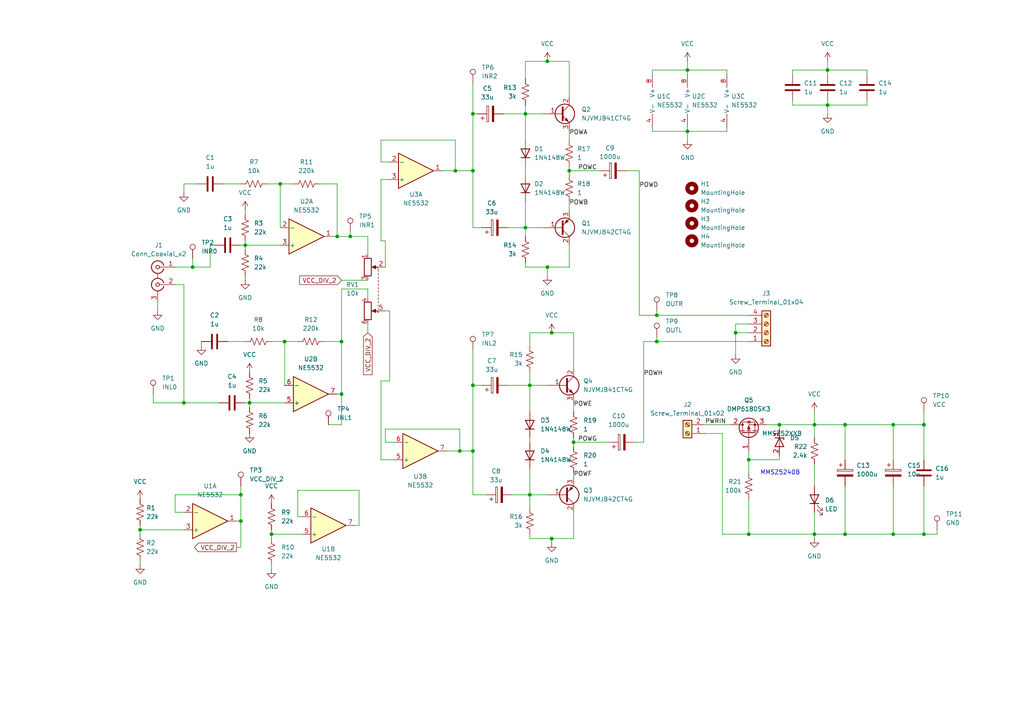
<source format=kicad_sch>
(kicad_sch (version 20230121) (generator eeschema)
  (paper "A4")
  (lib_symbols
    (symbol "Amplifier_Operational:NE5532" (pin_names (offset 0.127))
      (property "Reference" "U" (at 0 5.08 0))
      (property "Value" "NE5532" (at 0 -5.08 0))
      (symbol "NE5532_1_1"
        (pin output line (at 7.62 0 180) (length 2.54) (name "~") (number "1"))
        (pin input line (at -7.62 -2.54 0) (length 2.54) (name "-") (number "2"))
        (pin input line (at -7.62 2.54 0) (length 2.54) (name "+") (number "3"))
      )
      (symbol "NE5532_2_1"
        (pin input line (at -7.62 2.54 0) (length 2.54) (name "+") (number "5"))
        (pin input line (at -7.62 -2.54 0) (length 2.54) (name "-") (number "6"))
        (pin output line (at 7.62 0 180) (length 2.54) (name "~") (number "7"))
      )
      (symbol "NE5532_3_1"
        (pin power_in line (at -2.54 -7.62 90) (length 3.81) (name "V-") (number "4"))
        (pin power_in line (at -2.54 7.62 270) (length 3.81) (name "V+") (number "8"))
      )
    )
    (symbol "Connector:Conn_Coaxial_x2" (pin_names (offset 1.016) hide)
      (property "Reference" "J" (at 0 5.715 0))
      (property "Value" "Conn_Coaxial_x2" (at 2.921 0 90))
      (symbol "Conn_Coaxial_x2_1_1"
        (pin passive line (at -5.08 2.54 0) (length 2.54) (name "IN1") (number "1"))
        (pin passive line (at -5.08 -2.54 0) (length 2.54) (name "IN2") (number "2"))
        (pin passive line (at 0 -7.62 90) (length 2.54) (name "EXT") (number "3"))
      )
    )
    (symbol "Connector:Screw_Terminal_01x02" (pin_names (offset 1.016) hide)
      (property "Reference" "J" (at 0 2.54 0))
      (property "Value" "Screw_Terminal_01x02" (at 0 -5.08 0))
      (symbol "Screw_Terminal_01x02_1_1"
        (pin passive line (at -5.08 0 0) (length 3.81) (name "Pin_1") (number "1"))
        (pin passive line (at -5.08 -2.54 0) (length 3.81) (name "Pin_2") (number "2"))
      )
    )
    (symbol "Connector:Screw_Terminal_01x04" (pin_names (offset 1.016) hide)
      (property "Reference" "J" (at 0 5.08 0))
      (property "Value" "Screw_Terminal_01x04" (at 0 -7.62 0))
      (symbol "Screw_Terminal_01x04_1_1"
        (pin passive line (at -5.08 2.54 0) (length 3.81) (name "Pin_1") (number "1"))
        (pin passive line (at -5.08 0 0) (length 3.81) (name "Pin_2") (number "2"))
        (pin passive line (at -5.08 -2.54 0) (length 3.81) (name "Pin_3") (number "3"))
        (pin passive line (at -5.08 -5.08 0) (length 3.81) (name "Pin_4") (number "4"))
      )
    )
    (symbol "Connector:TestPoint" (pin_numbers hide) (pin_names (offset 0.762) hide)
      (property "Reference" "TP" (at 0 6.858 0))
      (property "Value" "TestPoint" (at 0 5.08 0))
      (symbol "TestPoint_1_1"
        (pin passive line (at 0 0 90) (length 2.54) (name "1") (number "1"))
      )
    )
    (symbol "Device:C" (pin_numbers hide) (pin_names (offset 0.254))
      (property "Reference" "C" (at 0.635 2.54 0))
      (property "Value" "C" (at 0.635 -2.54 0))
      (symbol "C_1_1"
        (pin passive line (at 0 3.81 270) (length 2.794) (name "~") (number "1"))
        (pin passive line (at 0 -3.81 90) (length 2.794) (name "~") (number "2"))
      )
    )
    (symbol "Device:C_Polarized" (pin_numbers hide) (pin_names (offset 0.254))
      (property "Reference" "C" (at 0.635 2.54 0))
      (property "Value" "C_Polarized" (at 0.635 -2.54 0))
      (symbol "C_Polarized_1_1"
        (pin passive line (at 0 3.81 270) (length 2.794) (name "~") (number "1"))
        (pin passive line (at 0 -3.81 90) (length 2.794) (name "~") (number "2"))
      )
    )
    (symbol "Device:LED" (pin_numbers hide) (pin_names (offset 1.016) hide)
      (property "Reference" "D" (at 0 2.54 0))
      (property "Value" "LED" (at 0 -2.54 0))
      (symbol "LED_1_1"
        (pin passive line (at -3.81 0 0) (length 2.54) (name "K") (number "1"))
        (pin passive line (at 3.81 0 180) (length 2.54) (name "A") (number "2"))
      )
    )
    (symbol "Device:R_Potentiometer_Dual" (pin_names (offset 1.016) hide)
      (property "Reference" "RV" (at 0 3.81 0))
      (property "Value" "R_Potentiometer_Dual" (at 0 1.905 0))
      (symbol "R_Potentiometer_Dual_1_1"
        (pin passive line (at -10.16 -2.54 0) (length 1.27) (name "1") (number "1"))
        (pin passive line (at -6.35 2.54 270) (length 2.54) (name "2") (number "2"))
        (pin passive line (at -2.54 -2.54 180) (length 1.27) (name "3") (number "3"))
        (pin passive line (at 2.54 -2.54 0) (length 1.27) (name "4") (number "4"))
        (pin passive line (at 6.35 2.54 270) (length 2.54) (name "5") (number "5"))
        (pin passive line (at 10.16 -2.54 180) (length 1.27) (name "6") (number "6"))
      )
    )
    (symbol "Device:R_US" (pin_numbers hide) (pin_names (offset 0))
      (property "Reference" "R" (at 2.54 0 90))
      (property "Value" "R_US" (at -2.54 0 90))
      (symbol "R_US_1_1"
        (pin passive line (at 0 3.81 270) (length 1.27) (name "~") (number "1"))
        (pin passive line (at 0 -3.81 90) (length 1.27) (name "~") (number "2"))
      )
    )
    (symbol "Diode:1N4148W" (pin_numbers hide) (pin_names hide)
      (property "Reference" "D" (at 0 2.54 0))
      (property "Value" "1N4148W" (at 0 -2.54 0))
      (symbol "1N4148W_1_1"
        (pin passive line (at -3.81 0 0) (length 2.54) (name "K") (number "1"))
        (pin passive line (at 3.81 0 180) (length 2.54) (name "A") (number "2"))
      )
    )
    (symbol "Mechanical:MountingHole" (pin_names (offset 1.016))
      (property "Reference" "H" (at 0 5.08 0))
      (property "Value" "MountingHole" (at 0 3.175 0))
    )
    (symbol "PCM_4ms_Power-symbol:GND" (power) (pin_names (offset 0))
      (property "Value" "GND" (at 0 -3.81 0))
      (symbol "GND_1_1"
        (pin power_in line (at 0 0 270) (length 0) hide (name "GND") (number "1"))
      )
    )
    (symbol "myparts:DMP6180SK3" (pin_names hide)
      (property "Reference" "Q" (at -6.35 3.81 0))
      (property "Value" "DMP6180SK3" (at -8.89 -5.08 0))
      (symbol "DMP6180SK3_1_1"
        (pin input line (at -7.62 0 0) (length 2.54) (name "G") (number "1"))
        (pin passive line (at 0 5.08 270) (length 2.54) (name "D") (number "2"))
        (pin passive line (at 0 -5.08 90) (length 2.54) (name "S") (number "3"))
      )
    )
    (symbol "myparts:MMSZ52XXB" (pin_names hide)
      (property "Reference" "D" (at -7.62 -2.54 0))
      (property "Value" "MMSZ52XXB" (at -2.54 3.81 0))
      (symbol "MMSZ52XXB_1_1"
        (pin passive line (at -2.54 0 0) (length 2.54) (name "K") (number "1"))
        (pin passive line (at 5.08 0 180) (length 2.54) (name "A") (number "2"))
      )
    )
    (symbol "myparts:NJVMJB41CT4G" (pin_names (offset 0.002) hide)
      (property "Reference" "Q" (at -5.08 -3.81 0))
      (property "Value" "NJVMJB41CT4G" (at -8.89 5.08 0))
      (symbol "NJVMJB41CT4G_1_1"
        (pin input line (at -7.62 0 0) (length 5.715) (name "B") (number "1"))
        (pin passive line (at 0 5.08 270) (length 2.54) (name "C") (number "2"))
        (pin passive line (at 0 -5.08 90) (length 2.54) (name "E") (number "3"))
      )
    )
    (symbol "myparts:NJVMJB42CT4G" (pin_names (offset 0.002) hide)
      (property "Reference" "Q" (at -5.08 -2.54 0))
      (property "Value" "NJVMJB42CT4G" (at -8.89 5.08 0))
      (symbol "NJVMJB42CT4G_1_1"
        (pin input line (at -6.35 0 0) (length 5.715) (name "B") (number "1"))
        (pin passive line (at 1.27 5.08 270) (length 2.54) (name "C") (number "2"))
        (pin passive line (at 1.27 -5.08 90) (length 2.54) (name "E") (number "3"))
      )
    )
    (symbol "power:VCC" (power) (pin_names (offset 0))
      (property "Value" "VCC" (at 0 3.81 0))
      (symbol "VCC_1_1"
        (pin power_in line (at 0 0 90) (length 0) hide (name "VCC") (number "1"))
      )
    )
  )
  (junction (at 160.02 96.52))
  (junction (at 99.06 99.06))
  (junction (at 99.06 114.3))
  (junction (at 55.88 77.47))
  (junction (at 53.34 116.84))
  (junction (at 72.39 116.84))
  (junction (at 158.75 77.47))
  (junction (at 217.17 133.35))
  (junction (at 153.67 143.51))
  (junction (at 71.12 71.12))
  (junction (at 152.4 66.04))
  (junction (at 101.6 68.58))
  (junction (at 137.16 130.81))
  (junction (at 245.11 154.94))
  (junction (at 69.85 151.13))
  (junction (at 69.85 143.51))
  (junction (at 240.03 20.32))
  (junction (at 267.97 154.94))
  (junction (at 267.97 123.19))
  (junction (at 82.55 99.06))
  (junction (at 240.03 30.48))
  (junction (at 190.5 91.44))
  (junction (at 81.28 53.34))
  (junction (at 152.4 33.02))
  (junction (at 40.64 153.67))
  (junction (at 165.1 49.53))
  (junction (at 153.67 111.76))
  (junction (at 199.39 38.1))
  (junction (at 199.39 20.32))
  (junction (at 226.06 123.19))
  (junction (at 158.75 17.78))
  (junction (at 78.74 154.94))
  (junction (at 137.16 111.76))
  (junction (at 97.79 68.58))
  (junction (at 236.22 123.19))
  (junction (at 137.16 33.02))
  (junction (at 160.02 156.21))
  (junction (at 213.36 96.52))
  (junction (at 133.35 130.81))
  (junction (at 236.22 154.94))
  (junction (at 217.17 154.94))
  (junction (at 245.11 123.19))
  (junction (at 190.5 99.06))
  (junction (at 132.08 49.53))
  (junction (at 166.37 128.27))
  (junction (at 137.16 49.53))
  (junction (at 259.08 154.94))
  (junction (at 259.08 123.19))
  (wire (pts (xy 157.48 33.02) (xy 152.4 33.02)))
  (wire (pts (xy 69.85 143.51) (xy 69.85 151.13)))
  (wire (pts (xy 165.1 48.26) (xy 165.1 49.53)))
  (wire (pts (xy 226.06 123.19) (xy 236.22 123.19)))
  (wire (pts (xy 259.08 154.94) (xy 267.97 154.94)))
  (wire (pts (xy 210.82 38.1) (xy 210.82 36.83)))
  (wire (pts (xy 190.5 97.79) (xy 190.5 99.06)))
  (wire (pts (xy 71.12 69.85) (xy 71.12 71.12)))
  (wire (pts (xy 106.68 68.58) (xy 101.6 68.58)))
  (wire (pts (xy 189.23 20.32) (xy 199.39 20.32)))
  (wire (pts (xy 71.12 60.96) (xy 71.12 62.23)))
  (wire (pts (xy 72.39 115.57) (xy 72.39 116.84)))
  (wire (pts (xy 229.87 30.48) (xy 240.03 30.48)))
  (wire (pts (xy 78.74 99.06) (xy 82.55 99.06)))
  (wire (pts (xy 128.27 49.53) (xy 132.08 49.53)))
  (wire (pts (xy 60.96 71.12) (xy 62.23 71.12)))
  (wire (pts (xy 213.36 96.52) (xy 213.36 102.87)))
  (wire (pts (xy 132.08 40.64) (xy 110.49 40.64)))
  (wire (pts (xy 152.4 66.04) (xy 152.4 68.58)))
  (wire (pts (xy 50.8 143.51) (xy 69.85 143.51)))
  (wire (pts (xy 245.11 123.19) (xy 245.11 133.35)))
  (wire (pts (xy 137.16 130.81) (xy 137.16 143.51)))
  (wire (pts (xy 190.5 99.06) (xy 186.69 99.06)))
  (wire (pts (xy 77.47 53.34) (xy 81.28 53.34)))
  (wire (pts (xy 217.17 93.98) (xy 213.36 93.98)))
  (wire (pts (xy 137.16 33.02) (xy 137.16 49.53)))
  (wire (pts (xy 240.03 20.32) (xy 240.03 21.59)))
  (wire (pts (xy 110.49 46.99) (xy 113.03 46.99)))
  (wire (pts (xy 153.67 100.33) (xy 153.67 96.52)))
  (wire (pts (xy 106.68 86.36) (xy 106.68 83.82)))
  (wire (pts (xy 95.25 123.19) (xy 99.06 123.19)))
  (wire (pts (xy 148.59 143.51) (xy 153.67 143.51)))
  (wire (pts (xy 69.85 140.97) (xy 69.85 143.51)))
  (wire (pts (xy 217.17 133.35) (xy 217.17 130.81)))
  (wire (pts (xy 152.4 22.86) (xy 152.4 17.78)))
  (wire (pts (xy 78.74 163.83) (xy 78.74 165.1)))
  (wire (pts (xy 217.17 133.35) (xy 217.17 137.16)))
  (wire (pts (xy 102.87 152.4) (xy 104.14 152.4)))
  (wire (pts (xy 199.39 20.32) (xy 210.82 20.32)))
  (wire (pts (xy 165.1 17.78) (xy 165.1 27.94)))
  (wire (pts (xy 186.69 99.06) (xy 186.69 128.27)))
  (wire (pts (xy 87.63 149.86) (xy 86.36 149.86)))
  (wire (pts (xy 152.4 30.48) (xy 152.4 33.02)))
  (wire (pts (xy 147.32 111.76) (xy 153.67 111.76)))
  (wire (pts (xy 153.67 143.51) (xy 153.67 147.32)))
  (wire (pts (xy 240.03 20.32) (xy 251.46 20.32)))
  (wire (pts (xy 69.85 158.75) (xy 69.85 151.13)))
  (wire (pts (xy 71.12 116.84) (xy 72.39 116.84)))
  (wire (pts (xy 40.64 152.4) (xy 40.64 153.67)))
  (wire (pts (xy 106.68 73.66) (xy 106.68 68.58)))
  (wire (pts (xy 53.34 148.59) (xy 50.8 148.59)))
  (wire (pts (xy 158.75 77.47) (xy 158.75 80.01)))
  (wire (pts (xy 71.12 80.01) (xy 71.12 81.28)))
  (wire (pts (xy 217.17 91.44) (xy 190.5 91.44)))
  (wire (pts (xy 259.08 140.97) (xy 259.08 154.94)))
  (wire (pts (xy 55.88 77.47) (xy 50.8 77.47)))
  (wire (pts (xy 78.74 154.94) (xy 78.74 156.21)))
  (wire (pts (xy 236.22 123.19) (xy 245.11 123.19)))
  (wire (pts (xy 97.79 68.58) (xy 96.52 68.58)))
  (wire (pts (xy 245.11 154.94) (xy 259.08 154.94)))
  (wire (pts (xy 64.77 53.34) (xy 69.85 53.34)))
  (wire (pts (xy 104.14 142.24) (xy 104.14 152.4)))
  (wire (pts (xy 57.15 53.34) (xy 53.34 53.34)))
  (wire (pts (xy 111.76 90.17) (xy 113.03 90.17)))
  (wire (pts (xy 245.11 123.19) (xy 259.08 123.19)))
  (wire (pts (xy 153.67 96.52) (xy 160.02 96.52)))
  (wire (pts (xy 204.47 125.73) (xy 209.55 125.73)))
  (wire (pts (xy 240.03 29.21) (xy 240.03 30.48)))
  (wire (pts (xy 190.5 90.17) (xy 190.5 91.44)))
  (wire (pts (xy 160.02 156.21) (xy 160.02 157.48)))
  (wire (pts (xy 166.37 127) (xy 166.37 128.27)))
  (wire (pts (xy 217.17 154.94) (xy 236.22 154.94)))
  (wire (pts (xy 44.45 116.84) (xy 53.34 116.84)))
  (wire (pts (xy 236.22 148.59) (xy 236.22 154.94)))
  (wire (pts (xy 58.42 99.06) (xy 58.42 100.33)))
  (wire (pts (xy 166.37 128.27) (xy 176.53 128.27)))
  (wire (pts (xy 226.06 132.08) (xy 226.06 133.35)))
  (wire (pts (xy 229.87 29.21) (xy 229.87 30.48)))
  (wire (pts (xy 166.37 128.27) (xy 166.37 129.54)))
  (wire (pts (xy 166.37 137.16) (xy 166.37 138.43)))
  (wire (pts (xy 209.55 154.94) (xy 217.17 154.94)))
  (wire (pts (xy 86.36 142.24) (xy 104.14 142.24)))
  (wire (pts (xy 226.06 133.35) (xy 217.17 133.35)))
  (wire (pts (xy 222.25 123.19) (xy 226.06 123.19)))
  (wire (pts (xy 72.39 116.84) (xy 82.55 116.84)))
  (wire (pts (xy 111.76 128.27) (xy 111.76 124.46)))
  (wire (pts (xy 189.23 36.83) (xy 189.23 38.1)))
  (wire (pts (xy 251.46 30.48) (xy 251.46 29.21)))
  (wire (pts (xy 209.55 125.73) (xy 209.55 154.94)))
  (wire (pts (xy 259.08 123.19) (xy 267.97 123.19)))
  (wire (pts (xy 93.98 99.06) (xy 99.06 99.06)))
  (wire (pts (xy 99.06 114.3) (xy 97.79 114.3)))
  (wire (pts (xy 160.02 96.52) (xy 166.37 96.52)))
  (wire (pts (xy 137.16 101.6) (xy 137.16 111.76)))
  (wire (pts (xy 99.06 114.3) (xy 99.06 123.19)))
  (wire (pts (xy 111.76 124.46) (xy 133.35 124.46)))
  (wire (pts (xy 158.75 17.78) (xy 165.1 17.78)))
  (wire (pts (xy 132.08 49.53) (xy 132.08 40.64)))
  (wire (pts (xy 99.06 99.06) (xy 99.06 114.3)))
  (wire (pts (xy 217.17 144.78) (xy 217.17 154.94)))
  (wire (pts (xy 158.75 77.47) (xy 152.4 77.47)))
  (wire (pts (xy 110.49 110.49) (xy 110.49 133.35)))
  (wire (pts (xy 133.35 130.81) (xy 137.16 130.81)))
  (wire (pts (xy 146.05 33.02) (xy 152.4 33.02)))
  (wire (pts (xy 101.6 67.31) (xy 101.6 68.58)))
  (wire (pts (xy 240.03 30.48) (xy 240.03 33.02)))
  (wire (pts (xy 210.82 20.32) (xy 210.82 21.59)))
  (wire (pts (xy 236.22 119.38) (xy 236.22 123.19)))
  (wire (pts (xy 53.34 82.55) (xy 50.8 82.55)))
  (wire (pts (xy 99.06 83.82) (xy 99.06 99.06)))
  (wire (pts (xy 152.4 48.26) (xy 152.4 50.8)))
  (wire (pts (xy 81.28 66.04) (xy 81.28 53.34)))
  (wire (pts (xy 113.03 110.49) (xy 110.49 110.49)))
  (wire (pts (xy 110.49 40.64) (xy 110.49 46.99)))
  (wire (pts (xy 240.03 17.78) (xy 240.03 20.32)))
  (wire (pts (xy 113.03 90.17) (xy 113.03 110.49)))
  (wire (pts (xy 78.74 153.67) (xy 78.74 154.94)))
  (wire (pts (xy 267.97 119.38) (xy 267.97 123.19)))
  (wire (pts (xy 152.4 33.02) (xy 152.4 40.64)))
  (wire (pts (xy 152.4 77.47) (xy 152.4 76.2)))
  (wire (pts (xy 213.36 93.98) (xy 213.36 96.52)))
  (wire (pts (xy 166.37 116.84) (xy 166.37 119.38)))
  (wire (pts (xy 186.69 128.27) (xy 184.15 128.27)))
  (wire (pts (xy 137.16 66.04) (xy 139.7 66.04)))
  (wire (pts (xy 106.68 83.82) (xy 99.06 83.82)))
  (wire (pts (xy 204.47 123.19) (xy 212.09 123.19)))
  (wire (pts (xy 190.5 91.44) (xy 185.42 91.44)))
  (wire (pts (xy 114.3 128.27) (xy 111.76 128.27)))
  (wire (pts (xy 50.8 148.59) (xy 50.8 143.51)))
  (wire (pts (xy 152.4 66.04) (xy 157.48 66.04)))
  (wire (pts (xy 153.67 107.95) (xy 153.67 111.76)))
  (wire (pts (xy 113.03 52.07) (xy 110.49 52.07)))
  (wire (pts (xy 111.76 69.85) (xy 111.76 77.47)))
  (wire (pts (xy 68.58 151.13) (xy 69.85 151.13)))
  (wire (pts (xy 267.97 154.94) (xy 271.78 154.94)))
  (wire (pts (xy 97.79 53.34) (xy 97.79 68.58)))
  (wire (pts (xy 153.67 143.51) (xy 158.75 143.51)))
  (wire (pts (xy 199.39 20.32) (xy 199.39 21.59)))
  (wire (pts (xy 271.78 153.67) (xy 271.78 154.94)))
  (wire (pts (xy 160.02 156.21) (xy 153.67 156.21)))
  (wire (pts (xy 101.6 68.58) (xy 97.79 68.58)))
  (wire (pts (xy 165.1 58.42) (xy 165.1 60.96)))
  (wire (pts (xy 106.68 81.28) (xy 99.06 81.28)))
  (wire (pts (xy 53.34 116.84) (xy 63.5 116.84)))
  (wire (pts (xy 236.22 154.94) (xy 245.11 154.94)))
  (wire (pts (xy 165.1 71.12) (xy 165.1 77.47)))
  (wire (pts (xy 199.39 38.1) (xy 199.39 40.64)))
  (wire (pts (xy 137.16 49.53) (xy 137.16 66.04)))
  (wire (pts (xy 236.22 134.62) (xy 236.22 140.97)))
  (wire (pts (xy 152.4 17.78) (xy 158.75 17.78)))
  (wire (pts (xy 44.45 114.3) (xy 44.45 116.84)))
  (wire (pts (xy 40.64 162.56) (xy 40.64 163.83)))
  (wire (pts (xy 199.39 17.78) (xy 199.39 20.32)))
  (wire (pts (xy 166.37 148.59) (xy 166.37 156.21)))
  (wire (pts (xy 71.12 71.12) (xy 81.28 71.12)))
  (wire (pts (xy 229.87 21.59) (xy 229.87 20.32)))
  (wire (pts (xy 213.36 96.52) (xy 217.17 96.52)))
  (wire (pts (xy 226.06 123.19) (xy 226.06 124.46)))
  (wire (pts (xy 81.28 53.34) (xy 85.09 53.34)))
  (wire (pts (xy 267.97 123.19) (xy 267.97 133.35)))
  (wire (pts (xy 165.1 49.53) (xy 165.1 50.8)))
  (wire (pts (xy 45.72 87.63) (xy 45.72 90.17)))
  (wire (pts (xy 110.49 133.35) (xy 114.3 133.35)))
  (wire (pts (xy 68.58 158.75) (xy 69.85 158.75)))
  (wire (pts (xy 152.4 58.42) (xy 152.4 66.04)))
  (wire (pts (xy 53.34 116.84) (xy 53.34 82.55)))
  (wire (pts (xy 267.97 154.94) (xy 267.97 140.97)))
  (wire (pts (xy 251.46 20.32) (xy 251.46 21.59)))
  (wire (pts (xy 189.23 38.1) (xy 199.39 38.1)))
  (wire (pts (xy 166.37 156.21) (xy 160.02 156.21)))
  (wire (pts (xy 236.22 123.19) (xy 236.22 127)))
  (wire (pts (xy 72.39 116.84) (xy 72.39 118.11)))
  (wire (pts (xy 106.68 93.98) (xy 106.68 96.52)))
  (wire (pts (xy 137.16 143.51) (xy 140.97 143.51)))
  (wire (pts (xy 153.67 135.89) (xy 153.67 143.51)))
  (wire (pts (xy 181.61 49.53) (xy 185.42 49.53)))
  (wire (pts (xy 199.39 38.1) (xy 210.82 38.1)))
  (wire (pts (xy 92.71 53.34) (xy 97.79 53.34)))
  (wire (pts (xy 217.17 99.06) (xy 190.5 99.06)))
  (wire (pts (xy 60.96 77.47) (xy 55.88 77.47)))
  (wire (pts (xy 82.55 111.76) (xy 82.55 99.06)))
  (wire (pts (xy 165.1 38.1) (xy 165.1 40.64)))
  (wire (pts (xy 137.16 24.13) (xy 137.16 33.02)))
  (wire (pts (xy 236.22 154.94) (xy 236.22 156.21)))
  (wire (pts (xy 245.11 140.97) (xy 245.11 154.94)))
  (wire (pts (xy 110.49 52.07) (xy 110.49 69.85)))
  (wire (pts (xy 60.96 71.12) (xy 60.96 77.47)))
  (wire (pts (xy 240.03 30.48) (xy 251.46 30.48)))
  (wire (pts (xy 86.36 149.86) (xy 86.36 142.24)))
  (wire (pts (xy 87.63 154.94) (xy 78.74 154.94)))
  (wire (pts (xy 110.49 69.85) (xy 111.76 69.85)))
  (wire (pts (xy 173.99 49.53) (xy 165.1 49.53)))
  (wire (pts (xy 259.08 133.35) (xy 259.08 123.19)))
  (wire (pts (xy 153.67 127) (xy 153.67 128.27)))
  (wire (pts (xy 138.43 33.02) (xy 137.16 33.02)))
  (wire (pts (xy 53.34 153.67) (xy 40.64 153.67)))
  (wire (pts (xy 55.88 74.93) (xy 55.88 77.47)))
  (wire (pts (xy 229.87 20.32) (xy 240.03 20.32)))
  (wire (pts (xy 71.12 71.12) (xy 71.12 72.39)))
  (wire (pts (xy 199.39 36.83) (xy 199.39 38.1)))
  (wire (pts (xy 185.42 49.53) (xy 185.42 91.44)))
  (wire (pts (xy 133.35 124.46) (xy 133.35 130.81)))
  (wire (pts (xy 69.85 71.12) (xy 71.12 71.12)))
  (wire (pts (xy 147.32 66.04) (xy 152.4 66.04)))
  (wire (pts (xy 158.75 111.76) (xy 153.67 111.76)))
  (wire (pts (xy 66.04 99.06) (xy 71.12 99.06)))
  (wire (pts (xy 129.54 130.81) (xy 133.35 130.81)))
  (wire (pts (xy 189.23 21.59) (xy 189.23 20.32)))
  (wire (pts (xy 132.08 49.53) (xy 137.16 49.53)))
  (wire (pts (xy 153.67 111.76) (xy 153.67 119.38)))
  (wire (pts (xy 40.64 153.67) (xy 40.64 154.94)))
  (wire (pts (xy 165.1 77.47) (xy 158.75 77.47)))
  (wire (pts (xy 82.55 99.06) (xy 86.36 99.06)))
  (wire (pts (xy 137.16 111.76) (xy 137.16 130.81)))
  (wire (pts (xy 53.34 53.34) (xy 53.34 55.88)))
  (wire (pts (xy 153.67 156.21) (xy 153.67 154.94)))
  (wire (pts (xy 139.7 111.76) (xy 137.16 111.76)))
  (wire (pts (xy 166.37 96.52) (xy 166.37 106.68)))
  (text "MMSZ5240B" (at 220.472 137.922 0) (effects (font (size 1.27 1.27)) (justify left bottom)))
  (label "POWA" (at 165.1 39.37 0))
  (label "POWE" (at 166.37 118.11 0))
  (label "POWH" (at 186.69 109.22 0))
  (label "PWRIN" (at 204.47 123.19 0))
  (label "POWF" (at 166.37 138.43 0))
  (label "POWG" (at 167.64 128.27 0))
  (label "POWC" (at 167.64 49.53 0))
  (label "POWD" (at 185.42 54.61 0))
  (label "POWB" (at 165.1 59.69 0))
  (global_label "VCC_DIV_2" (shape input) (at 99.06 81.28 180) (property "Intersheetrefs" "${INTERSHEET_REFS}" (effects hide)))
  (global_label "VCC_DIV_2" (shape output) (at 68.58 158.75 180) (property "Intersheetrefs" "${INTERSHEET_REFS}" (effects hide)))
  (global_label "VCC_DIV_2" (shape input) (at 106.68 96.52 270) (property "Intersheetrefs" "${INTERSHEET_REFS}" (effects hide)))
  (symbol (lib_id "Amplifier_Operational:NE5532") (at 120.65 49.53 0) (mirror x) (unit 1)
    (property "Reference" "U3" (at 120.65 56.388 0))
    (property "Value" "NE5532" (at 120.65 58.928 0))
    (property "Footprint" "Package_SO:SOIC-8_3.9x4.9mm_P1.27mm" (effects hide))
    (property "Datasheet" "http://www.ti.com/lit/ds/symlink/ne5532.pdf" (effects hide))
  )
  (symbol (lib_id "Device:R_US") (at 72.39 121.92 180) (unit 1)
    (property "Reference" "R6" (at 74.93 120.65 0) (effects (justify right)))
    (property "Value" "22k" (at 74.93 123.19 0) (effects (justify right)))
    (property "Footprint" "Resistor_SMD:R_1206_3216Metric_Pad1.30x1.75mm_HandSolder" (effects hide))
  )
  (symbol (lib_id "Connector:TestPoint") (at 137.16 101.6 0) (unit 1)
    (property "Reference" "TP7" (at 139.7 97.028 0) (effects (justify left)))
    (property "Value" "INL2" (at 139.7 99.568 0) (effects (justify left)))
    (property "Footprint" "TestPoint:TestPoint_THTPad_D2.0mm_Drill1.0mm" (effects hide))
  )
  (symbol (lib_id "Device:R_US") (at 236.22 130.81 0) (unit 1)
    (property "Reference" "R22" (at 234.188 129.54 0) (effects (justify right)))
    (property "Value" "2.4k" (at 234.188 132.08 0) (effects (justify right)))
    (property "Footprint" "Resistor_SMD:R_1206_3216Metric_Pad1.30x1.75mm_HandSolder" (effects hide))
  )
  (symbol (lib_id "Connector:TestPoint") (at 190.5 90.17 0) (unit 1)
    (property "Reference" "TP8" (at 193.04 85.598 0) (effects (justify left)))
    (property "Value" "OUTR" (at 193.04 88.138 0) (effects (justify left)))
    (property "Footprint" "TestPoint:TestPoint_THTPad_D2.0mm_Drill1.0mm" (effects hide))
  )
  (symbol (lib_id "myparts:NJVMJB42CT4G") (at 163.83 66.04 0) (mirror x) (unit 1)
    (property "Reference" "Q1" (at 168.656 64.77 0) (effects (justify left)))
    (property "Value" "NJVMJB42CT4G" (at 168.656 67.31 0) (effects (justify left)))
    (property "Footprint" "Package_TO_SOT_SMD:TO-263-2" (effects hide))
  )
  (symbol (lib_id "Connector:TestPoint") (at 271.78 153.67 0) (unit 1)
    (property "Reference" "TP11" (at 274.32 149.098 0) (effects (justify left)))
    (property "Value" "GND" (at 274.32 151.638 0) (effects (justify left)))
    (property "Footprint" "TestPoint:TestPoint_THTPad_D2.0mm_Drill1.0mm" (effects hide))
  )
  (symbol (lib_id "PCM_4ms_Power-symbol:GND") (at 71.12 81.28 0) (unit 1)
    (property "Reference" "#PWR07" (effects hide))
    (property "Value" "GND" (at 71.12 86.36 0))
  )
  (symbol (lib_id "PCM_4ms_Power-symbol:GND") (at 58.42 100.33 0) (unit 1)
    (property "Reference" "#PWR05" (effects hide))
    (property "Value" "GND" (at 58.42 105.41 0))
  )
  (symbol (lib_id "Device:C") (at 60.96 53.34 270) (unit 1)
    (property "Reference" "C1" (at 60.96 45.72 90))
    (property "Value" "1u" (at 60.96 48.26 90))
    (property "Footprint" "Capacitor_SMD:C_1206_3216Metric_Pad1.33x1.80mm_HandSolder" (effects hide))
  )
  (symbol (lib_id "PCM_4ms_Power-symbol:GND") (at 236.22 156.21 0) (unit 1)
    (property "Reference" "#PWR020" (effects hide))
    (property "Value" "GND" (at 236.22 161.29 0))
  )
  (symbol (lib_id "Device:C") (at 66.04 71.12 270) (unit 1)
    (property "Reference" "C3" (at 66.04 63.5 90))
    (property "Value" "1u" (at 66.04 66.04 90))
    (property "Footprint" "Capacitor_SMD:C_1206_3216Metric_Pad1.33x1.80mm_HandSolder" (effects hide))
  )
  (symbol (lib_id "PCM_4ms_Power-symbol:GND") (at 160.02 157.48 0) (unit 1)
    (property "Reference" "#PWR015" (effects hide))
    (property "Value" "GND" (at 160.02 162.56 0))
  )
  (symbol (lib_id "PCM_4ms_Power-symbol:GND") (at 53.34 55.88 0) (unit 1)
    (property "Reference" "#PWR04" (effects hide))
    (property "Value" "GND" (at 53.34 60.96 0))
  )
  (symbol (lib_id "Device:C_Polarized") (at 143.51 111.76 90) (unit 1)
    (property "Reference" "C7" (at 142.621 104.648 90))
    (property "Value" "33u" (at 142.621 107.188 90))
    (property "Footprint" "Capacitor_SMD:C_Elec_6.3x5.4" (effects hide))
  )
  (symbol (lib_id "Amplifier_Operational:NE5532") (at 121.92 130.81 0) (mirror x) (unit 2)
    (property "Reference" "U3" (at 121.92 138.176 0))
    (property "Value" "NE5532" (at 121.92 140.716 0))
    (property "Footprint" "Package_SO:SOIC-8_3.9x4.9mm_P1.27mm" (effects hide))
    (property "Datasheet" "http://www.ti.com/lit/ds/symlink/ne5532.pdf" (effects hide))
  )
  (symbol (lib_id "Device:C_Polarized") (at 143.51 66.04 90) (unit 1)
    (property "Reference" "C6" (at 142.621 58.928 90))
    (property "Value" "33u" (at 142.621 61.468 90))
    (property "Footprint" "Capacitor_SMD:C_Elec_6.3x5.4" (effects hide))
  )
  (symbol (lib_id "Device:R_Potentiometer_Dual") (at 109.22 83.82 270) (unit 1)
    (property "Reference" "RV1" (at 104.14 82.55 90) (effects (justify right)))
    (property "Value" "10k" (at 104.14 85.09 90) (effects (justify right)))
    (property "Footprint" "myparts:PTD902-2015K-B103" (effects hide))
  )
  (symbol (lib_id "Amplifier_Operational:NE5532") (at 213.36 29.21 0) (unit 3)
    (property "Reference" "U3" (at 212.09 27.94 0) (effects (justify left)))
    (property "Value" "NE5532" (at 212.09 30.48 0) (effects (justify left)))
    (property "Footprint" "Package_SO:SOIC-8_3.9x4.9mm_P1.27mm" (effects hide))
    (property "Datasheet" "http://www.ti.com/lit/ds/symlink/ne5532.pdf" (effects hide))
  )
  (symbol (lib_id "Device:C_Polarized") (at 259.08 137.16 0) (unit 1)
    (property "Reference" "C15" (at 263.144 135.001 0) (effects (justify left)))
    (property "Value" "10u" (at 263.144 137.541 0) (effects (justify left)))
    (property "Footprint" "Capacitor_SMD:CP_Elec_5x5.3" (effects hide))
  )
  (symbol (lib_id "Diode:1N4148W") (at 153.67 132.08 90) (unit 1)
    (property "Reference" "D4" (at 156.718 130.81 90) (effects (justify right)))
    (property "Value" "1N4148W" (at 156.718 133.35 90) (effects (justify right)))
    (property "Footprint" "Diode_SMD:D_SOD-123" (effects hide))
    (property "Datasheet" "https://www.vishay.com/docs/85748/1n4148w.pdf" (effects hide))
    (property "Sim.Device" "D" (effects hide))
    (property "Sim.Pins" "1=K 2=A" (effects hide))
  )
  (symbol (lib_id "power:VCC") (at 40.64 144.78 0) (unit 1)
    (property "Reference" "#PWR01" (effects hide))
    (property "Value" "VCC" (at 40.64 139.7 0))
  )
  (symbol (lib_id "Device:C") (at 267.97 137.16 0) (unit 1)
    (property "Reference" "C16" (at 271.272 135.89 0) (effects (justify left)))
    (property "Value" "1u" (at 271.272 138.43 0) (effects (justify left)))
    (property "Footprint" "Capacitor_SMD:C_1206_3216Metric_Pad1.33x1.80mm_HandSolder" (effects hide))
  )
  (symbol (lib_id "PCM_4ms_Power-symbol:GND") (at 199.39 40.64 0) (unit 1)
    (property "Reference" "#PWR017" (effects hide))
    (property "Value" "GND" (at 199.39 45.72 0))
  )
  (symbol (lib_id "Device:R_US") (at 71.12 76.2 180) (unit 1)
    (property "Reference" "R4" (at 73.66 74.93 0) (effects (justify right)))
    (property "Value" "22k" (at 73.66 77.47 0) (effects (justify right)))
    (property "Footprint" "Resistor_SMD:R_1206_3216Metric_Pad1.30x1.75mm_HandSolder" (effects hide))
  )
  (symbol (lib_id "power:VCC") (at 78.74 146.05 0) (unit 1)
    (property "Reference" "#PWR010" (effects hide))
    (property "Value" "VCC" (at 78.74 140.97 0))
  )
  (symbol (lib_id "Connector:TestPoint") (at 137.16 24.13 0) (unit 1)
    (property "Reference" "TP6" (at 139.7 19.558 0) (effects (justify left)))
    (property "Value" "INR2" (at 139.7 22.098 0) (effects (justify left)))
    (property "Footprint" "TestPoint:TestPoint_THTPad_D2.0mm_Drill1.0mm" (effects hide))
  )
  (symbol (lib_id "Mechanical:MountingHole") (at 200.66 69.85 0) (unit 1)
    (property "Reference" "H4" (at 203.2 68.58 0) (effects (justify left)))
    (property "Value" "MountingHole" (at 203.2 71.12 0) (effects (justify left)))
    (property "Footprint" "MountingHole:MountingHole_3.2mm_M3_ISO7380" (effects hide))
  )
  (symbol (lib_id "myparts:NJVMJB41CT4G") (at 165.1 33.02 0) (unit 1)
    (property "Reference" "Q2" (at 168.656 31.75 0) (effects (justify left)))
    (property "Value" "NJVMJB41CT4G" (at 168.656 34.29 0) (effects (justify left)))
    (property "Footprint" "Package_TO_SOT_SMD:TO-263-2" (effects hide))
  )
  (symbol (lib_id "Connector:TestPoint") (at 95.25 123.19 0) (unit 1)
    (property "Reference" "TP4" (at 97.79 118.618 0) (effects (justify left)))
    (property "Value" "INL1" (at 97.79 121.158 0) (effects (justify left)))
    (property "Footprint" "TestPoint:TestPoint_THTPad_D2.0mm_Drill1.0mm" (effects hide))
  )
  (symbol (lib_id "Device:C") (at 240.03 25.4 0) (unit 1)
    (property "Reference" "C12" (at 243.332 24.13 0) (effects (justify left)))
    (property "Value" "1u" (at 243.332 26.67 0) (effects (justify left)))
    (property "Footprint" "Capacitor_SMD:C_1206_3216Metric_Pad1.33x1.80mm_HandSolder" (effects hide))
  )
  (symbol (lib_id "power:VCC") (at 199.39 17.78 0) (unit 1)
    (property "Reference" "#PWR016" (effects hide))
    (property "Value" "VCC" (at 199.39 12.7 0))
  )
  (symbol (lib_id "power:VCC") (at 160.02 96.52 0) (unit 1)
    (property "Reference" "#PWR014" (effects hide))
    (property "Value" "VCC" (at 160.02 91.44 0))
  )
  (symbol (lib_id "Device:C_Polarized") (at 144.78 143.51 90) (unit 1)
    (property "Reference" "C8" (at 143.891 136.652 90))
    (property "Value" "33u" (at 143.891 139.192 90))
    (property "Footprint" "Capacitor_SMD:C_Elec_6.3x5.4" (effects hide))
  )
  (symbol (lib_id "myparts:NJVMJB41CT4G") (at 166.37 111.76 0) (unit 1)
    (property "Reference" "Q4" (at 169.164 110.49 0) (effects (justify left)))
    (property "Value" "NJVMJB41CT4G" (at 169.164 113.03 0) (effects (justify left)))
    (property "Footprint" "Package_TO_SOT_SMD:TO-263-2" (effects hide))
  )
  (symbol (lib_id "Connector:Screw_Terminal_01x02") (at 199.39 125.73 180) (unit 1)
    (property "Reference" "J2" (at 199.39 117.348 0))
    (property "Value" "Screw_Terminal_01x02" (at 199.39 119.888 0))
    (property "Footprint" "TerminalBlock:TerminalBlock_Altech_AK300-2_P5.00mm" (effects hide))
  )
  (symbol (lib_id "Diode:1N4148W") (at 153.67 123.19 90) (unit 1)
    (property "Reference" "D3" (at 156.718 121.92 90) (effects (justify right)))
    (property "Value" "1N4148W" (at 156.718 124.46 90) (effects (justify right)))
    (property "Footprint" "Diode_SMD:D_SOD-123" (effects hide))
    (property "Datasheet" "https://www.vishay.com/docs/85748/1n4148w.pdf" (effects hide))
    (property "Sim.Device" "D" (effects hide))
    (property "Sim.Pins" "1=K 2=A" (effects hide))
  )
  (symbol (lib_id "Device:R_US") (at 74.93 99.06 90) (unit 1)
    (property "Reference" "R8" (at 74.93 92.71 90))
    (property "Value" "10k" (at 74.93 95.25 90))
    (property "Footprint" "Resistor_SMD:R_1206_3216Metric_Pad1.30x1.75mm_HandSolder" (effects hide))
  )
  (symbol (lib_id "Device:R_US") (at 153.67 151.13 0) (unit 1)
    (property "Reference" "R16" (at 151.638 149.86 0) (effects (justify right)))
    (property "Value" "3k" (at 151.638 152.4 0) (effects (justify right)))
    (property "Footprint" "Resistor_SMD:R_1206_3216Metric_Pad1.30x1.75mm_HandSolder" (effects hide))
  )
  (symbol (lib_id "Device:C") (at 251.46 25.4 0) (unit 1)
    (property "Reference" "C14" (at 254.762 24.13 0) (effects (justify left)))
    (property "Value" "1u" (at 254.762 26.67 0) (effects (justify left)))
    (property "Footprint" "Capacitor_SMD:C_1206_3216Metric_Pad1.33x1.80mm_HandSolder" (effects hide))
  )
  (symbol (lib_id "myparts:DMP6180SK3") (at 217.17 123.19 90) (unit 1)
    (property "Reference" "Q5" (at 217.17 116.078 90))
    (property "Value" "DMP6180SK3" (at 217.17 118.618 90))
    (property "Footprint" "Package_TO_SOT_SMD:TO-252-2" (effects hide))
  )
  (symbol (lib_id "Device:R_US") (at 166.37 133.35 0) (unit 1)
    (property "Reference" "R20" (at 169.164 132.08 0) (effects (justify left)))
    (property "Value" "1" (at 169.164 134.62 0) (effects (justify left)))
    (property "Footprint" "Resistor_SMD:R_2512_6332Metric_Pad1.40x3.35mm_HandSolder" (effects hide))
  )
  (symbol (lib_id "Connector:TestPoint") (at 101.6 67.31 0) (unit 1)
    (property "Reference" "TP5" (at 104.14 62.738 0) (effects (justify left)))
    (property "Value" "INR1" (at 104.14 65.278 0) (effects (justify left)))
    (property "Footprint" "TestPoint:TestPoint_THTPad_D2.0mm_Drill1.0mm" (effects hide))
  )
  (symbol (lib_id "Connector:TestPoint") (at 267.97 119.38 0) (unit 1)
    (property "Reference" "TP10" (at 270.51 114.808 0) (effects (justify left)))
    (property "Value" "VCC" (at 270.51 117.348 0) (effects (justify left)))
    (property "Footprint" "TestPoint:TestPoint_THTPad_D2.0mm_Drill1.0mm" (effects hide))
  )
  (symbol (lib_id "power:VCC") (at 72.39 107.95 0) (unit 1)
    (property "Reference" "#PWR08" (effects hide))
    (property "Value" "VCC" (at 72.39 102.87 0))
  )
  (symbol (lib_id "Mechanical:MountingHole") (at 200.66 59.69 0) (unit 1)
    (property "Reference" "H2" (at 203.2 58.42 0) (effects (justify left)))
    (property "Value" "MountingHole" (at 203.2 60.96 0) (effects (justify left)))
    (property "Footprint" "MountingHole:MountingHole_3.2mm_M3_ISO7380" (effects hide))
  )
  (symbol (lib_id "Device:C") (at 62.23 99.06 270) (unit 1)
    (property "Reference" "C2" (at 62.23 91.44 90))
    (property "Value" "1u" (at 62.23 93.98 90))
    (property "Footprint" "Capacitor_SMD:C_1206_3216Metric_Pad1.33x1.80mm_HandSolder" (effects hide))
  )
  (symbol (lib_id "Amplifier_Operational:NE5532") (at 60.96 151.13 0) (mirror x) (unit 1)
    (property "Reference" "U1" (at 60.96 140.97 0))
    (property "Value" "NE5532" (at 60.96 143.51 0))
    (property "Footprint" "Package_SO:SOIC-8_3.9x4.9mm_P1.27mm" (effects hide))
    (property "Datasheet" "http://www.ti.com/lit/ds/symlink/ne5532.pdf" (effects hide))
  )
  (symbol (lib_id "Device:R_US") (at 78.74 149.86 180) (unit 1)
    (property "Reference" "R9" (at 81.534 148.59 0) (effects (justify right)))
    (property "Value" "22k" (at 81.534 151.13 0) (effects (justify right)))
    (property "Footprint" "Resistor_SMD:R_1206_3216Metric_Pad1.30x1.75mm_HandSolder" (effects hide))
  )
  (symbol (lib_id "PCM_4ms_Power-symbol:GND") (at 45.72 90.17 0) (unit 1)
    (property "Reference" "#PWR03" (effects hide))
    (property "Value" "GND" (at 45.72 95.25 0))
  )
  (symbol (lib_id "PCM_4ms_Power-symbol:GND") (at 158.75 80.01 0) (unit 1)
    (property "Reference" "#PWR013" (effects hide))
    (property "Value" "GND" (at 158.75 85.09 0))
  )
  (symbol (lib_id "Device:C_Polarized") (at 142.24 33.02 90) (unit 1)
    (property "Reference" "C5" (at 141.351 25.654 90))
    (property "Value" "33u" (at 141.351 28.194 90))
    (property "Footprint" "Capacitor_SMD:C_Elec_6.3x5.4" (effects hide))
  )
  (symbol (lib_id "Device:C_Polarized") (at 180.34 128.27 90) (unit 1)
    (property "Reference" "C10" (at 179.451 120.65 90))
    (property "Value" "1000u" (at 179.451 123.19 90))
    (property "Footprint" "Capacitor_SMD:CP_Elec_16x17.5" (effects hide))
  )
  (symbol (lib_id "Amplifier_Operational:NE5532") (at 191.77 29.21 0) (unit 3)
    (property "Reference" "U1" (at 190.5 27.94 0) (effects (justify left)))
    (property "Value" "NE5532" (at 190.5 30.48 0) (effects (justify left)))
    (property "Footprint" "Package_SO:SOIC-8_3.9x4.9mm_P1.27mm" (effects hide))
    (property "Datasheet" "http://www.ti.com/lit/ds/symlink/ne5532.pdf" (effects hide))
  )
  (symbol (lib_id "Device:R_US") (at 71.12 66.04 180) (unit 1)
    (property "Reference" "R3" (at 73.66 64.77 0) (effects (justify right)))
    (property "Value" "22k" (at 73.66 67.31 0) (effects (justify right)))
    (property "Footprint" "Resistor_SMD:R_1206_3216Metric_Pad1.30x1.75mm_HandSolder" (effects hide))
  )
  (symbol (lib_id "Device:R_US") (at 78.74 160.02 180) (unit 1)
    (property "Reference" "R10" (at 81.534 158.75 0) (effects (justify right)))
    (property "Value" "22k" (at 81.534 161.29 0) (effects (justify right)))
    (property "Footprint" "Resistor_SMD:R_1206_3216Metric_Pad1.30x1.75mm_HandSolder" (effects hide))
  )
  (symbol (lib_id "Device:R_US") (at 217.17 140.97 0) (unit 1)
    (property "Reference" "R21" (at 215.138 139.7 0) (effects (justify right)))
    (property "Value" "100k" (at 215.138 142.24 0) (effects (justify right)))
    (property "Footprint" "Resistor_SMD:R_1206_3216Metric_Pad1.30x1.75mm_HandSolder" (effects hide))
  )
  (symbol (lib_id "Diode:1N4148W") (at 152.4 44.45 90) (unit 1)
    (property "Reference" "D1" (at 154.94 43.18 90) (effects (justify right)))
    (property "Value" "1N4148W" (at 154.94 45.72 90) (effects (justify right)))
    (property "Footprint" "Diode_SMD:D_SOD-123" (effects hide))
    (property "Datasheet" "https://www.vishay.com/docs/85748/1n4148w.pdf" (effects hide))
    (property "Sim.Device" "D" (effects hide))
    (property "Sim.Pins" "1=K 2=A" (effects hide))
  )
  (symbol (lib_id "Device:R_US") (at 165.1 44.45 0) (unit 1)
    (property "Reference" "R17" (at 167.386 43.18 0) (effects (justify left)))
    (property "Value" "1" (at 167.386 45.72 0) (effects (justify left)))
    (property "Footprint" "Resistor_SMD:R_2512_6332Metric_Pad1.40x3.35mm_HandSolder" (effects hide))
  )
  (symbol (lib_id "Device:R_US") (at 90.17 99.06 90) (unit 1)
    (property "Reference" "R12" (at 90.17 92.71 90))
    (property "Value" "220k" (at 90.17 95.25 90))
    (property "Footprint" "Resistor_SMD:R_1206_3216Metric_Pad1.30x1.75mm_HandSolder" (effects hide))
  )
  (symbol (lib_id "Connector:TestPoint") (at 69.85 140.97 0) (unit 1)
    (property "Reference" "TP3" (at 72.39 136.398 0) (effects (justify left)))
    (property "Value" "VCC_DIV_2" (at 72.39 138.938 0) (effects (justify left)))
    (property "Footprint" "TestPoint:TestPoint_THTPad_D2.0mm_Drill1.0mm" (effects hide))
  )
  (symbol (lib_id "Device:R_US") (at 152.4 26.67 0) (unit 1)
    (property "Reference" "R13" (at 149.86 25.4 0) (effects (justify right)))
    (property "Value" "3k" (at 149.86 27.94 0) (effects (justify right)))
    (property "Footprint" "Resistor_SMD:R_1206_3216Metric_Pad1.30x1.75mm_HandSolder" (effects hide))
  )
  (symbol (lib_id "Device:C_Polarized") (at 245.11 137.16 0) (unit 1)
    (property "Reference" "C13" (at 248.412 135.001 0) (effects (justify left)))
    (property "Value" "1000u" (at 248.412 137.541 0) (effects (justify left)))
    (property "Footprint" "Capacitor_SMD:CP_Elec_16x17.5" (effects hide))
  )
  (symbol (lib_id "Device:R_US") (at 88.9 53.34 90) (unit 1)
    (property "Reference" "R11" (at 88.9 46.99 90))
    (property "Value" "220k" (at 88.9 49.53 90))
    (property "Footprint" "Resistor_SMD:R_1206_3216Metric_Pad1.30x1.75mm_HandSolder" (effects hide))
  )
  (symbol (lib_id "Diode:1N4148W") (at 152.4 54.61 90) (unit 1)
    (property "Reference" "D2" (at 154.94 53.34 90) (effects (justify right)))
    (property "Value" "1N4148W" (at 154.94 55.88 90) (effects (justify right)))
    (property "Footprint" "Diode_SMD:D_SOD-123" (effects hide))
    (property "Datasheet" "https://www.vishay.com/docs/85748/1n4148w.pdf" (effects hide))
    (property "Sim.Device" "D" (effects hide))
    (property "Sim.Pins" "1=K 2=A" (effects hide))
  )
  (symbol (lib_id "Device:R_US") (at 73.66 53.34 90) (unit 1)
    (property "Reference" "R7" (at 73.66 46.99 90))
    (property "Value" "10k" (at 73.66 49.53 90))
    (property "Footprint" "Resistor_SMD:R_1206_3216Metric_Pad1.30x1.75mm_HandSolder" (effects hide))
  )
  (symbol (lib_id "Connector:TestPoint") (at 55.88 74.93 0) (unit 1)
    (property "Reference" "TP2" (at 58.42 70.358 0) (effects (justify left)))
    (property "Value" "INR0" (at 58.42 72.898 0) (effects (justify left)))
    (property "Footprint" "TestPoint:TestPoint_THTPad_D2.0mm_Drill1.0mm" (effects hide))
  )
  (symbol (lib_id "Device:C") (at 229.87 25.4 0) (unit 1)
    (property "Reference" "C11" (at 233.172 24.13 0) (effects (justify left)))
    (property "Value" "1u" (at 233.172 26.67 0) (effects (justify left)))
    (property "Footprint" "Capacitor_SMD:C_1206_3216Metric_Pad1.33x1.80mm_HandSolder" (effects hide))
  )
  (symbol (lib_id "power:VCC") (at 240.03 17.78 0) (unit 1)
    (property "Reference" "#PWR021" (effects hide))
    (property "Value" "VCC" (at 240.03 12.7 0))
  )
  (symbol (lib_id "Device:LED") (at 236.22 144.78 90) (unit 1)
    (property "Reference" "D6" (at 239.268 145.0975 90) (effects (justify right)))
    (property "Value" "LED" (at 239.268 147.6375 90) (effects (justify right)))
    (property "Footprint" "LED_SMD:LED_1206_3216Metric_Pad1.42x1.75mm_HandSolder" (effects hide))
  )
  (symbol (lib_id "Connector:Conn_Coaxial_x2") (at 45.72 80.01 0) (mirror y) (unit 1)
    (property "Reference" "J1" (at 46.0374 71.12 0))
    (property "Value" "Conn_Coaxial_x2" (at 46.0374 73.66 0))
    (property "Footprint" "myparts:RCJ-2223" (effects hide))
    (property "Datasheet" " ~" (effects hide))
  )
  (symbol (lib_id "Amplifier_Operational:NE5532") (at 95.25 152.4 0) (mirror x) (unit 2)
    (property "Reference" "U1" (at 95.25 159.258 0))
    (property "Value" "NE5532" (at 95.25 161.798 0))
    (property "Footprint" "Package_SO:SOIC-8_3.9x4.9mm_P1.27mm" (effects hide))
    (property "Datasheet" "http://www.ti.com/lit/ds/symlink/ne5532.pdf" (effects hide))
  )
  (symbol (lib_id "myparts:MMSZ52XXB") (at 226.06 127 270) (unit 1)
    (property "Reference" "D5" (at 229.108 127 90) (effects (justify left)))
    (property "Value" "MMSZ52XXB" (at 220.98 125.73 90) (effects (justify left)))
    (property "Footprint" "Diode_SMD:D_SOD-123" (effects hide))
  )
  (symbol (lib_id "power:VCC") (at 71.12 60.96 0) (unit 1)
    (property "Reference" "#PWR06" (effects hide))
    (property "Value" "VCC" (at 71.12 55.88 0))
  )
  (symbol (lib_id "PCM_4ms_Power-symbol:GND") (at 40.64 163.83 0) (unit 1)
    (property "Reference" "#PWR02" (effects hide))
    (property "Value" "GND" (at 40.64 168.91 0))
  )
  (symbol (lib_id "PCM_4ms_Power-symbol:GND") (at 240.03 33.02 0) (unit 1)
    (property "Reference" "#PWR022" (effects hide))
    (property "Value" "GND" (at 240.03 38.1 0))
  )
  (symbol (lib_id "Device:R_US") (at 40.64 148.59 180) (unit 1)
    (property "Reference" "R1" (at 42.418 147.32 0) (effects (justify right)))
    (property "Value" "22k" (at 42.418 149.86 0) (effects (justify right)))
    (property "Footprint" "Resistor_SMD:R_1206_3216Metric_Pad1.30x1.75mm_HandSolder" (effects hide))
  )
  (symbol (lib_id "power:VCC") (at 158.75 17.78 0) (unit 1)
    (property "Reference" "#PWR012" (effects hide))
    (property "Value" "VCC" (at 158.75 12.7 0))
  )
  (symbol (lib_id "Mechanical:MountingHole") (at 200.66 54.61 0) (unit 1)
    (property "Reference" "H1" (at 203.2 53.34 0) (effects (justify left)))
    (property "Value" "MountingHole" (at 203.2 55.88 0) (effects (justify left)))
    (property "Footprint" "MountingHole:MountingHole_3.2mm_M3_ISO7380" (effects hide))
  )
  (symbol (lib_id "Device:R_US") (at 153.67 104.14 0) (unit 1)
    (property "Reference" "R15" (at 151.638 102.87 0) (effects (justify right)))
    (property "Value" "3k" (at 151.638 105.41 0) (effects (justify right)))
    (property "Footprint" "Resistor_SMD:R_1206_3216Metric_Pad1.30x1.75mm_HandSolder" (effects hide))
  )
  (symbol (lib_id "power:VCC") (at 236.22 119.38 0) (unit 1)
    (property "Reference" "#PWR019" (effects hide))
    (property "Value" "VCC" (at 236.22 114.3 0))
  )
  (symbol (lib_id "Device:R_US") (at 152.4 72.39 0) (unit 1)
    (property "Reference" "R14" (at 149.86 71.12 0) (effects (justify right)))
    (property "Value" "3k" (at 149.86 73.66 0) (effects (justify right)))
    (property "Footprint" "Resistor_SMD:R_1206_3216Metric_Pad1.30x1.75mm_HandSolder" (effects hide))
  )
  (symbol (lib_id "Mechanical:MountingHole") (at 200.66 64.77 0) (unit 1)
    (property "Reference" "H3" (at 203.2 63.5 0) (effects (justify left)))
    (property "Value" "MountingHole" (at 203.2 66.04 0) (effects (justify left)))
    (property "Footprint" "MountingHole:MountingHole_3.2mm_M3_ISO7380" (effects hide))
  )
  (symbol (lib_id "Connector:Screw_Terminal_01x04") (at 222.25 96.52 0) (mirror x) (unit 1)
    (property "Reference" "J3" (at 222.25 85.09 0))
    (property "Value" "Screw_Terminal_01x04" (at 222.25 87.63 0))
    (property "Footprint" "TerminalBlock:TerminalBlock_Altech_AK300-4_P5.00mm" (effects hide))
  )
  (symbol (lib_id "Amplifier_Operational:NE5532") (at 88.9 68.58 0) (mirror x) (unit 1)
    (property "Reference" "U2" (at 88.9 58.42 0))
    (property "Value" "NE5532" (at 88.9 60.96 0))
    (property "Footprint" "Package_SO:SOIC-8_3.9x4.9mm_P1.27mm" (effects hide))
    (property "Datasheet" "http://www.ti.com/lit/ds/symlink/ne5532.pdf" (effects hide))
  )
  (symbol (lib_id "Device:C_Polarized") (at 177.8 49.53 90) (unit 1)
    (property "Reference" "C9" (at 176.911 42.926 90))
    (property "Value" "1000u" (at 176.911 45.466 90))
    (property "Footprint" "Capacitor_SMD:CP_Elec_16x17.5" (effects hide))
  )
  (symbol (lib_id "Device:R_US") (at 165.1 54.61 0) (unit 1)
    (property "Reference" "R18" (at 167.386 53.34 0) (effects (justify left)))
    (property "Value" "1" (at 167.386 55.88 0) (effects (justify left)))
    (property "Footprint" "Resistor_SMD:R_2512_6332Metric_Pad1.40x3.35mm_HandSolder" (effects hide))
  )
  (symbol (lib_id "PCM_4ms_Power-symbol:GND") (at 78.74 165.1 0) (unit 1)
    (property "Reference" "#PWR011" (effects hide))
    (property "Value" "GND" (at 78.74 170.18 0))
  )
  (symbol (lib_id "Connector:TestPoint") (at 190.5 97.79 0) (unit 1)
    (property "Reference" "TP9" (at 193.04 93.218 0) (effects (justify left)))
    (property "Value" "OUTL" (at 193.04 95.758 0) (effects (justify left)))
    (property "Footprint" "TestPoint:TestPoint_THTPad_D2.0mm_Drill1.0mm" (effects hide))
  )
  (symbol (lib_id "Amplifier_Operational:NE5532") (at 90.17 114.3 0) (mirror x) (unit 2)
    (property "Reference" "U2" (at 90.17 104.14 0))
    (property "Value" "NE5532" (at 90.17 106.68 0))
    (property "Footprint" "Package_SO:SOIC-8_3.9x4.9mm_P1.27mm" (effects hide))
    (property "Datasheet" "http://www.ti.com/lit/ds/symlink/ne5532.pdf" (effects hide))
  )
  (symbol (lib_id "Connector:TestPoint") (at 44.45 114.3 0) (unit 1)
    (property "Reference" "TP1" (at 46.99 109.728 0) (effects (justify left)))
    (property "Value" "INL0" (at 46.99 112.268 0) (effects (justify left)))
    (property "Footprint" "TestPoint:TestPoint_THTPad_D2.0mm_Drill1.0mm" (effects hide))
  )
  (symbol (lib_id "Device:R_US") (at 40.64 158.75 180) (unit 1)
    (property "Reference" "R2" (at 42.418 157.48 0) (effects (justify right)))
    (property "Value" "22k" (at 42.418 160.02 0) (effects (justify right)))
    (property "Footprint" "Resistor_SMD:R_1206_3216Metric_Pad1.30x1.75mm_HandSolder" (effects hide))
  )
  (symbol (lib_id "Device:C") (at 67.31 116.84 270) (unit 1)
    (property "Reference" "C4" (at 67.31 109.22 90))
    (property "Value" "1u" (at 67.31 111.76 90))
    (property "Footprint" "Capacitor_SMD:C_1206_3216Metric_Pad1.33x1.80mm_HandSolder" (effects hide))
  )
  (symbol (lib_id "myparts:NJVMJB42CT4G") (at 165.1 143.51 0) (mirror x) (unit 1)
    (property "Reference" "Q3" (at 169.164 142.24 0) (effects (justify left)))
    (property "Value" "NJVMJB42CT4G" (at 169.164 144.78 0) (effects (justify left)))
    (property "Footprint" "Package_TO_SOT_SMD:TO-263-2" (effects hide))
  )
  (symbol (lib_id "Device:R_US") (at 166.37 123.19 0) (unit 1)
    (property "Reference" "R19" (at 169.164 121.92 0) (effects (justify left)))
    (property "Value" "1" (at 169.164 124.46 0) (effects (justify left)))
    (property "Footprint" "Resistor_SMD:R_2512_6332Metric_Pad1.40x3.35mm_HandSolder" (effects hide))
  )
  (symbol (lib_id "PCM_4ms_Power-symbol:GND") (at 72.39 125.73 0) (unit 1)
    (property "Reference" "#PWR09" (effects hide))
    (property "Value" "GND" (at 72.39 130.81 0))
  )
  (symbol (lib_id "Amplifier_Operational:NE5532") (at 201.93 29.21 0) (unit 3)
    (property "Reference" "U2" (at 200.66 27.94 0) (effects (justify left)))
    (property "Value" "NE5532" (at 200.66 30.48 0) (effects (justify left)))
    (property "Footprint" "Package_SO:SOIC-8_3.9x4.9mm_P1.27mm" (effects hide))
    (property "Datasheet" "http://www.ti.com/lit/ds/symlink/ne5532.pdf" (effects hide))
  )
  (symbol (lib_id "Device:R_US") (at 72.39 111.76 180) (unit 1)
    (property "Reference" "R5" (at 74.93 110.49 0) (effects (justify right)))
    (property "Value" "22k" (at 74.93 113.03 0) (effects (justify right)))
    (property "Footprint" "Resistor_SMD:R_1206_3216Metric_Pad1.30x1.75mm_HandSolder" (effects hide))
  )
  (symbol (lib_id "PCM_4ms_Power-symbol:GND") (at 213.36 102.87 0) (unit 1)
    (property "Reference" "#PWR018" (effects hide))
    (property "Value" "GND" (at 213.36 107.95 0))
  )
)
</source>
